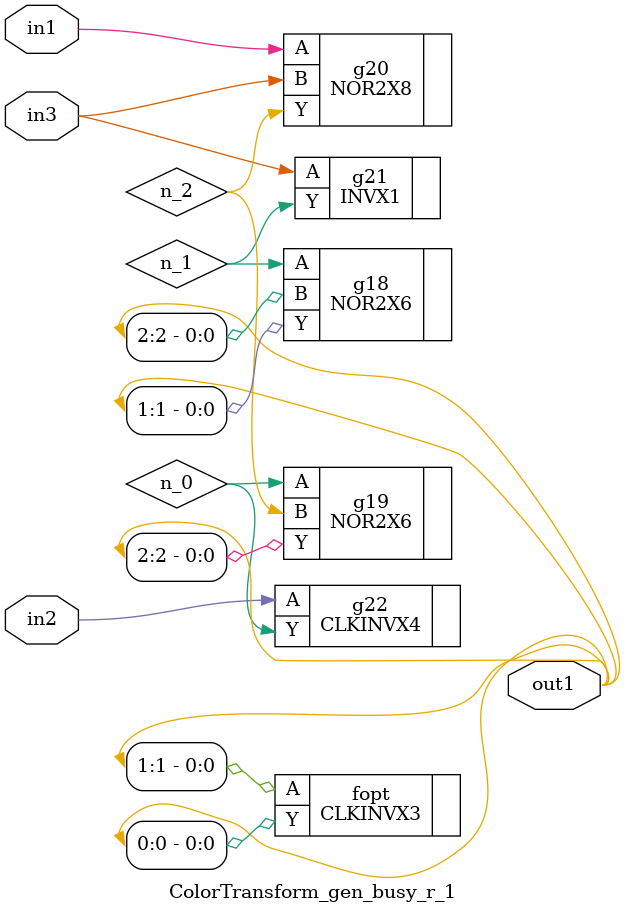
<source format=v>
`timescale 1ps / 1ps


module ColorTransform_gen_busy_r_1(in1, in2, in3, out1);
  input in1, in2, in3;
  output [2:0] out1;
  wire in1, in2, in3;
  wire [2:0] out1;
  wire n_0, n_1, n_2;
  NOR2X6 g18(.A (n_1), .B (out1[2]), .Y (out1[1]));
  NOR2X6 g19(.A (n_0), .B (n_2), .Y (out1[2]));
  NOR2X8 g20(.A (in1), .B (in3), .Y (n_2));
  INVX1 g21(.A (in3), .Y (n_1));
  CLKINVX4 g22(.A (in2), .Y (n_0));
  CLKINVX3 fopt(.A (out1[1]), .Y (out1[0]));
endmodule


</source>
